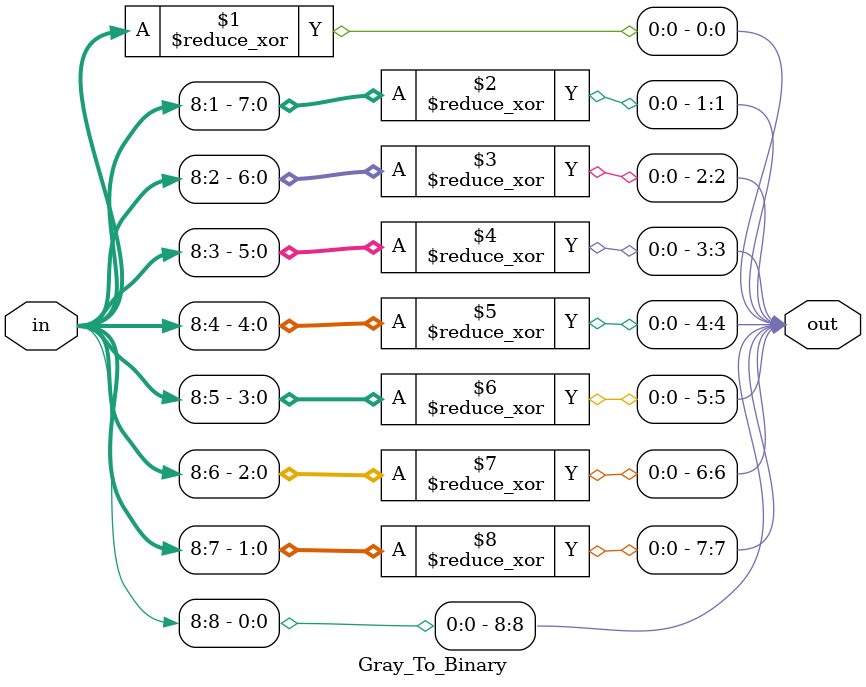
<source format=v>
module Gray_To_Binary(in,out);
parameter WIDTH = 9;
input [WIDTH-1:0] in;
output [WIDTH-1:0] out;
genvar i;
generate
    for(i=0;i<WIDTH;i=i+1)begin
       assign out[i] = ^ in[WIDTH-1:i];
    end
endgenerate
endmodule
</source>
